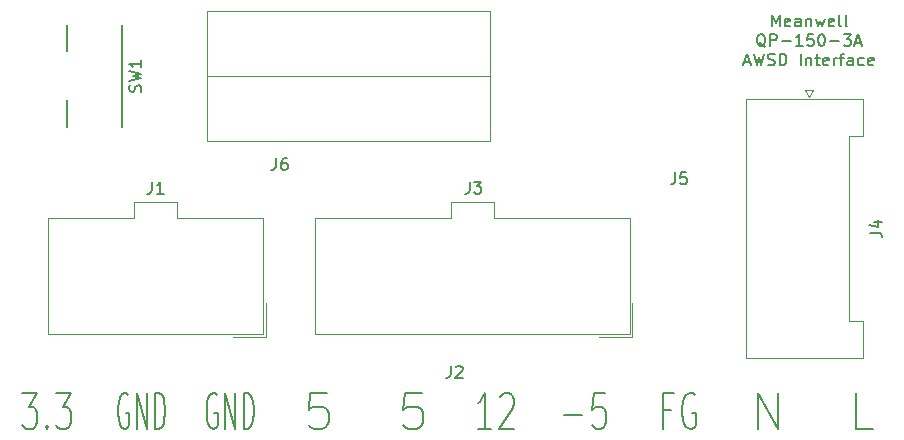
<source format=gbr>
G04 #@! TF.GenerationSoftware,KiCad,Pcbnew,(5.1.5)-3*
G04 #@! TF.CreationDate,2020-02-08T23:52:19-08:00*
G04 #@! TF.ProjectId,psinterface,7073696e-7465-4726-9661-63652e6b6963,0.3*
G04 #@! TF.SameCoordinates,Original*
G04 #@! TF.FileFunction,Legend,Top*
G04 #@! TF.FilePolarity,Positive*
%FSLAX46Y46*%
G04 Gerber Fmt 4.6, Leading zero omitted, Abs format (unit mm)*
G04 Created by KiCad (PCBNEW (5.1.5)-3) date 2020-02-08 23:52:19*
%MOMM*%
%LPD*%
G04 APERTURE LIST*
%ADD10C,0.120000*%
%ADD11C,0.150000*%
G04 APERTURE END LIST*
D10*
X141000000Y-100500000D02*
X117000000Y-100500000D01*
D11*
X164857142Y-96302380D02*
X164857142Y-95302380D01*
X165190476Y-96016666D01*
X165523809Y-95302380D01*
X165523809Y-96302380D01*
X166380952Y-96254761D02*
X166285714Y-96302380D01*
X166095238Y-96302380D01*
X166000000Y-96254761D01*
X165952380Y-96159523D01*
X165952380Y-95778571D01*
X166000000Y-95683333D01*
X166095238Y-95635714D01*
X166285714Y-95635714D01*
X166380952Y-95683333D01*
X166428571Y-95778571D01*
X166428571Y-95873809D01*
X165952380Y-95969047D01*
X167285714Y-96302380D02*
X167285714Y-95778571D01*
X167238095Y-95683333D01*
X167142857Y-95635714D01*
X166952380Y-95635714D01*
X166857142Y-95683333D01*
X167285714Y-96254761D02*
X167190476Y-96302380D01*
X166952380Y-96302380D01*
X166857142Y-96254761D01*
X166809523Y-96159523D01*
X166809523Y-96064285D01*
X166857142Y-95969047D01*
X166952380Y-95921428D01*
X167190476Y-95921428D01*
X167285714Y-95873809D01*
X167761904Y-95635714D02*
X167761904Y-96302380D01*
X167761904Y-95730952D02*
X167809523Y-95683333D01*
X167904761Y-95635714D01*
X168047619Y-95635714D01*
X168142857Y-95683333D01*
X168190476Y-95778571D01*
X168190476Y-96302380D01*
X168571428Y-95635714D02*
X168761904Y-96302380D01*
X168952380Y-95826190D01*
X169142857Y-96302380D01*
X169333333Y-95635714D01*
X170095238Y-96254761D02*
X170000000Y-96302380D01*
X169809523Y-96302380D01*
X169714285Y-96254761D01*
X169666666Y-96159523D01*
X169666666Y-95778571D01*
X169714285Y-95683333D01*
X169809523Y-95635714D01*
X170000000Y-95635714D01*
X170095238Y-95683333D01*
X170142857Y-95778571D01*
X170142857Y-95873809D01*
X169666666Y-95969047D01*
X170714285Y-96302380D02*
X170619047Y-96254761D01*
X170571428Y-96159523D01*
X170571428Y-95302380D01*
X171238095Y-96302380D02*
X171142857Y-96254761D01*
X171095238Y-96159523D01*
X171095238Y-95302380D01*
X164309523Y-98047619D02*
X164214285Y-98000000D01*
X164119047Y-97904761D01*
X163976190Y-97761904D01*
X163880952Y-97714285D01*
X163785714Y-97714285D01*
X163833333Y-97952380D02*
X163738095Y-97904761D01*
X163642857Y-97809523D01*
X163595238Y-97619047D01*
X163595238Y-97285714D01*
X163642857Y-97095238D01*
X163738095Y-97000000D01*
X163833333Y-96952380D01*
X164023809Y-96952380D01*
X164119047Y-97000000D01*
X164214285Y-97095238D01*
X164261904Y-97285714D01*
X164261904Y-97619047D01*
X164214285Y-97809523D01*
X164119047Y-97904761D01*
X164023809Y-97952380D01*
X163833333Y-97952380D01*
X164690476Y-97952380D02*
X164690476Y-96952380D01*
X165071428Y-96952380D01*
X165166666Y-97000000D01*
X165214285Y-97047619D01*
X165261904Y-97142857D01*
X165261904Y-97285714D01*
X165214285Y-97380952D01*
X165166666Y-97428571D01*
X165071428Y-97476190D01*
X164690476Y-97476190D01*
X165690476Y-97571428D02*
X166452380Y-97571428D01*
X167452380Y-97952380D02*
X166880952Y-97952380D01*
X167166666Y-97952380D02*
X167166666Y-96952380D01*
X167071428Y-97095238D01*
X166976190Y-97190476D01*
X166880952Y-97238095D01*
X168357142Y-96952380D02*
X167880952Y-96952380D01*
X167833333Y-97428571D01*
X167880952Y-97380952D01*
X167976190Y-97333333D01*
X168214285Y-97333333D01*
X168309523Y-97380952D01*
X168357142Y-97428571D01*
X168404761Y-97523809D01*
X168404761Y-97761904D01*
X168357142Y-97857142D01*
X168309523Y-97904761D01*
X168214285Y-97952380D01*
X167976190Y-97952380D01*
X167880952Y-97904761D01*
X167833333Y-97857142D01*
X169023809Y-96952380D02*
X169119047Y-96952380D01*
X169214285Y-97000000D01*
X169261904Y-97047619D01*
X169309523Y-97142857D01*
X169357142Y-97333333D01*
X169357142Y-97571428D01*
X169309523Y-97761904D01*
X169261904Y-97857142D01*
X169214285Y-97904761D01*
X169119047Y-97952380D01*
X169023809Y-97952380D01*
X168928571Y-97904761D01*
X168880952Y-97857142D01*
X168833333Y-97761904D01*
X168785714Y-97571428D01*
X168785714Y-97333333D01*
X168833333Y-97142857D01*
X168880952Y-97047619D01*
X168928571Y-97000000D01*
X169023809Y-96952380D01*
X169785714Y-97571428D02*
X170547619Y-97571428D01*
X170928571Y-96952380D02*
X171547619Y-96952380D01*
X171214285Y-97333333D01*
X171357142Y-97333333D01*
X171452380Y-97380952D01*
X171500000Y-97428571D01*
X171547619Y-97523809D01*
X171547619Y-97761904D01*
X171500000Y-97857142D01*
X171452380Y-97904761D01*
X171357142Y-97952380D01*
X171071428Y-97952380D01*
X170976190Y-97904761D01*
X170928571Y-97857142D01*
X171928571Y-97666666D02*
X172404761Y-97666666D01*
X171833333Y-97952380D02*
X172166666Y-96952380D01*
X172500000Y-97952380D01*
X162523809Y-99316666D02*
X163000000Y-99316666D01*
X162428571Y-99602380D02*
X162761904Y-98602380D01*
X163095238Y-99602380D01*
X163333333Y-98602380D02*
X163571428Y-99602380D01*
X163761904Y-98888095D01*
X163952380Y-99602380D01*
X164190476Y-98602380D01*
X164523809Y-99554761D02*
X164666666Y-99602380D01*
X164904761Y-99602380D01*
X165000000Y-99554761D01*
X165047619Y-99507142D01*
X165095238Y-99411904D01*
X165095238Y-99316666D01*
X165047619Y-99221428D01*
X165000000Y-99173809D01*
X164904761Y-99126190D01*
X164714285Y-99078571D01*
X164619047Y-99030952D01*
X164571428Y-98983333D01*
X164523809Y-98888095D01*
X164523809Y-98792857D01*
X164571428Y-98697619D01*
X164619047Y-98650000D01*
X164714285Y-98602380D01*
X164952380Y-98602380D01*
X165095238Y-98650000D01*
X165523809Y-99602380D02*
X165523809Y-98602380D01*
X165761904Y-98602380D01*
X165904761Y-98650000D01*
X166000000Y-98745238D01*
X166047619Y-98840476D01*
X166095238Y-99030952D01*
X166095238Y-99173809D01*
X166047619Y-99364285D01*
X166000000Y-99459523D01*
X165904761Y-99554761D01*
X165761904Y-99602380D01*
X165523809Y-99602380D01*
X167285714Y-99602380D02*
X167285714Y-98602380D01*
X167761904Y-98935714D02*
X167761904Y-99602380D01*
X167761904Y-99030952D02*
X167809523Y-98983333D01*
X167904761Y-98935714D01*
X168047619Y-98935714D01*
X168142857Y-98983333D01*
X168190476Y-99078571D01*
X168190476Y-99602380D01*
X168523809Y-98935714D02*
X168904761Y-98935714D01*
X168666666Y-98602380D02*
X168666666Y-99459523D01*
X168714285Y-99554761D01*
X168809523Y-99602380D01*
X168904761Y-99602380D01*
X169619047Y-99554761D02*
X169523809Y-99602380D01*
X169333333Y-99602380D01*
X169238095Y-99554761D01*
X169190476Y-99459523D01*
X169190476Y-99078571D01*
X169238095Y-98983333D01*
X169333333Y-98935714D01*
X169523809Y-98935714D01*
X169619047Y-98983333D01*
X169666666Y-99078571D01*
X169666666Y-99173809D01*
X169190476Y-99269047D01*
X170095238Y-99602380D02*
X170095238Y-98935714D01*
X170095238Y-99126190D02*
X170142857Y-99030952D01*
X170190476Y-98983333D01*
X170285714Y-98935714D01*
X170380952Y-98935714D01*
X170571428Y-98935714D02*
X170952380Y-98935714D01*
X170714285Y-99602380D02*
X170714285Y-98745238D01*
X170761904Y-98650000D01*
X170857142Y-98602380D01*
X170952380Y-98602380D01*
X171714285Y-99602380D02*
X171714285Y-99078571D01*
X171666666Y-98983333D01*
X171571428Y-98935714D01*
X171380952Y-98935714D01*
X171285714Y-98983333D01*
X171714285Y-99554761D02*
X171619047Y-99602380D01*
X171380952Y-99602380D01*
X171285714Y-99554761D01*
X171238095Y-99459523D01*
X171238095Y-99364285D01*
X171285714Y-99269047D01*
X171380952Y-99221428D01*
X171619047Y-99221428D01*
X171714285Y-99173809D01*
X172619047Y-99554761D02*
X172523809Y-99602380D01*
X172333333Y-99602380D01*
X172238095Y-99554761D01*
X172190476Y-99507142D01*
X172142857Y-99411904D01*
X172142857Y-99126190D01*
X172190476Y-99030952D01*
X172238095Y-98983333D01*
X172333333Y-98935714D01*
X172523809Y-98935714D01*
X172619047Y-98983333D01*
X173428571Y-99554761D02*
X173333333Y-99602380D01*
X173142857Y-99602380D01*
X173047619Y-99554761D01*
X173000000Y-99459523D01*
X173000000Y-99078571D01*
X173047619Y-98983333D01*
X173142857Y-98935714D01*
X173333333Y-98935714D01*
X173428571Y-98983333D01*
X173476190Y-99078571D01*
X173476190Y-99173809D01*
X173000000Y-99269047D01*
X173428571Y-130357142D02*
X172000000Y-130357142D01*
X172000000Y-127357142D01*
X163642857Y-130357142D02*
X163642857Y-127357142D01*
X165357142Y-130357142D01*
X165357142Y-127357142D01*
X156285714Y-128785714D02*
X155619047Y-128785714D01*
X155619047Y-130357142D02*
X155619047Y-127357142D01*
X156571428Y-127357142D01*
X158380952Y-127500000D02*
X158190476Y-127357142D01*
X157904761Y-127357142D01*
X157619047Y-127500000D01*
X157428571Y-127785714D01*
X157333333Y-128071428D01*
X157238095Y-128642857D01*
X157238095Y-129071428D01*
X157333333Y-129642857D01*
X157428571Y-129928571D01*
X157619047Y-130214285D01*
X157904761Y-130357142D01*
X158095238Y-130357142D01*
X158380952Y-130214285D01*
X158476190Y-130071428D01*
X158476190Y-129071428D01*
X158095238Y-129071428D01*
X147285714Y-129214285D02*
X148809523Y-129214285D01*
X150714285Y-127357142D02*
X149761904Y-127357142D01*
X149666666Y-128785714D01*
X149761904Y-128642857D01*
X149952380Y-128500000D01*
X150428571Y-128500000D01*
X150619047Y-128642857D01*
X150714285Y-128785714D01*
X150809523Y-129071428D01*
X150809523Y-129785714D01*
X150714285Y-130071428D01*
X150619047Y-130214285D01*
X150428571Y-130357142D01*
X149952380Y-130357142D01*
X149761904Y-130214285D01*
X149666666Y-130071428D01*
X141119047Y-130357142D02*
X139976190Y-130357142D01*
X140547619Y-130357142D02*
X140547619Y-127357142D01*
X140357142Y-127785714D01*
X140166666Y-128071428D01*
X139976190Y-128214285D01*
X141880952Y-127642857D02*
X141976190Y-127500000D01*
X142166666Y-127357142D01*
X142642857Y-127357142D01*
X142833333Y-127500000D01*
X142928571Y-127642857D01*
X143023809Y-127928571D01*
X143023809Y-128214285D01*
X142928571Y-128642857D01*
X141785714Y-130357142D01*
X143023809Y-130357142D01*
X135214285Y-127357142D02*
X133785714Y-127357142D01*
X133642857Y-128785714D01*
X133785714Y-128642857D01*
X134071428Y-128500000D01*
X134785714Y-128500000D01*
X135071428Y-128642857D01*
X135214285Y-128785714D01*
X135357142Y-129071428D01*
X135357142Y-129785714D01*
X135214285Y-130071428D01*
X135071428Y-130214285D01*
X134785714Y-130357142D01*
X134071428Y-130357142D01*
X133785714Y-130214285D01*
X133642857Y-130071428D01*
X127214285Y-127357142D02*
X125785714Y-127357142D01*
X125642857Y-128785714D01*
X125785714Y-128642857D01*
X126071428Y-128500000D01*
X126785714Y-128500000D01*
X127071428Y-128642857D01*
X127214285Y-128785714D01*
X127357142Y-129071428D01*
X127357142Y-129785714D01*
X127214285Y-130071428D01*
X127071428Y-130214285D01*
X126785714Y-130357142D01*
X126071428Y-130357142D01*
X125785714Y-130214285D01*
X125642857Y-130071428D01*
X117857142Y-127500000D02*
X117714285Y-127357142D01*
X117500000Y-127357142D01*
X117285714Y-127500000D01*
X117142857Y-127785714D01*
X117071428Y-128071428D01*
X117000000Y-128642857D01*
X117000000Y-129071428D01*
X117071428Y-129642857D01*
X117142857Y-129928571D01*
X117285714Y-130214285D01*
X117500000Y-130357142D01*
X117642857Y-130357142D01*
X117857142Y-130214285D01*
X117928571Y-130071428D01*
X117928571Y-129071428D01*
X117642857Y-129071428D01*
X118571428Y-130357142D02*
X118571428Y-127357142D01*
X119428571Y-130357142D01*
X119428571Y-127357142D01*
X120142857Y-130357142D02*
X120142857Y-127357142D01*
X120500000Y-127357142D01*
X120714285Y-127500000D01*
X120857142Y-127785714D01*
X120928571Y-128071428D01*
X121000000Y-128642857D01*
X121000000Y-129071428D01*
X120928571Y-129642857D01*
X120857142Y-129928571D01*
X120714285Y-130214285D01*
X120500000Y-130357142D01*
X120142857Y-130357142D01*
X110357142Y-127500000D02*
X110214285Y-127357142D01*
X110000000Y-127357142D01*
X109785714Y-127500000D01*
X109642857Y-127785714D01*
X109571428Y-128071428D01*
X109500000Y-128642857D01*
X109500000Y-129071428D01*
X109571428Y-129642857D01*
X109642857Y-129928571D01*
X109785714Y-130214285D01*
X110000000Y-130357142D01*
X110142857Y-130357142D01*
X110357142Y-130214285D01*
X110428571Y-130071428D01*
X110428571Y-129071428D01*
X110142857Y-129071428D01*
X111071428Y-130357142D02*
X111071428Y-127357142D01*
X111928571Y-130357142D01*
X111928571Y-127357142D01*
X112642857Y-130357142D02*
X112642857Y-127357142D01*
X113000000Y-127357142D01*
X113214285Y-127500000D01*
X113357142Y-127785714D01*
X113428571Y-128071428D01*
X113500000Y-128642857D01*
X113500000Y-129071428D01*
X113428571Y-129642857D01*
X113357142Y-129928571D01*
X113214285Y-130214285D01*
X113000000Y-130357142D01*
X112642857Y-130357142D01*
X101404761Y-127357142D02*
X102642857Y-127357142D01*
X101976190Y-128500000D01*
X102261904Y-128500000D01*
X102452380Y-128642857D01*
X102547619Y-128785714D01*
X102642857Y-129071428D01*
X102642857Y-129785714D01*
X102547619Y-130071428D01*
X102452380Y-130214285D01*
X102261904Y-130357142D01*
X101690476Y-130357142D01*
X101500000Y-130214285D01*
X101404761Y-130071428D01*
X103500000Y-130071428D02*
X103595238Y-130214285D01*
X103500000Y-130357142D01*
X103404761Y-130214285D01*
X103500000Y-130071428D01*
X103500000Y-130357142D01*
X104261904Y-127357142D02*
X105500000Y-127357142D01*
X104833333Y-128500000D01*
X105119047Y-128500000D01*
X105309523Y-128642857D01*
X105404761Y-128785714D01*
X105500000Y-129071428D01*
X105500000Y-129785714D01*
X105404761Y-130071428D01*
X105309523Y-130214285D01*
X105119047Y-130357142D01*
X104547619Y-130357142D01*
X104357142Y-130214285D01*
X104261904Y-130071428D01*
D10*
X141000000Y-95000000D02*
X117000000Y-95000000D01*
X141000000Y-106000000D02*
X141000000Y-95000000D01*
X117000000Y-106000000D02*
X141000000Y-106000000D01*
X117000000Y-95000000D02*
X117000000Y-106000000D01*
X112700000Y-122360000D02*
X121810000Y-122360000D01*
X121810000Y-122360000D02*
X121810000Y-112540000D01*
X121810000Y-112540000D02*
X114510000Y-112540000D01*
X114510000Y-112540000D02*
X114510000Y-111140000D01*
X114510000Y-111140000D02*
X112700000Y-111140000D01*
X112700000Y-122360000D02*
X103590000Y-122360000D01*
X103590000Y-122360000D02*
X103590000Y-112540000D01*
X103590000Y-112540000D02*
X110890000Y-112540000D01*
X110890000Y-112540000D02*
X110890000Y-111140000D01*
X110890000Y-111140000D02*
X112700000Y-111140000D01*
X119200000Y-122600000D02*
X122050000Y-122600000D01*
X122050000Y-122600000D02*
X122050000Y-119750000D01*
X139500000Y-122360000D02*
X152810000Y-122360000D01*
X152810000Y-122360000D02*
X152810000Y-112540000D01*
X152810000Y-112540000D02*
X141310000Y-112540000D01*
X141310000Y-112540000D02*
X141310000Y-111140000D01*
X141310000Y-111140000D02*
X139500000Y-111140000D01*
X139500000Y-122360000D02*
X126190000Y-122360000D01*
X126190000Y-122360000D02*
X126190000Y-112540000D01*
X126190000Y-112540000D02*
X137690000Y-112540000D01*
X137690000Y-112540000D02*
X137690000Y-111140000D01*
X137690000Y-111140000D02*
X139500000Y-111140000D01*
X150200000Y-122600000D02*
X153050000Y-122600000D01*
X153050000Y-122600000D02*
X153050000Y-119750000D01*
X162690000Y-102470000D02*
X172610000Y-102470000D01*
X172610000Y-102470000D02*
X172610000Y-105590000D01*
X172610000Y-105590000D02*
X171410000Y-105590000D01*
X171410000Y-105590000D02*
X171410000Y-121250000D01*
X171410000Y-121250000D02*
X172610000Y-121250000D01*
X172610000Y-121250000D02*
X172610000Y-124370000D01*
X172610000Y-124370000D02*
X162690000Y-124370000D01*
X162690000Y-124370000D02*
X162690000Y-102470000D01*
X168000000Y-102270000D02*
X167700000Y-101670000D01*
X167700000Y-101670000D02*
X168300000Y-101670000D01*
X168300000Y-101670000D02*
X168000000Y-102270000D01*
D11*
X109800000Y-96200000D02*
X109800000Y-104800000D01*
X105200000Y-96200000D02*
X105200000Y-98400000D01*
X105200000Y-102500000D02*
X105200000Y-104800000D01*
X112366666Y-109452380D02*
X112366666Y-110166666D01*
X112319047Y-110309523D01*
X112223809Y-110404761D01*
X112080952Y-110452380D01*
X111985714Y-110452380D01*
X113366666Y-110452380D02*
X112795238Y-110452380D01*
X113080952Y-110452380D02*
X113080952Y-109452380D01*
X112985714Y-109595238D01*
X112890476Y-109690476D01*
X112795238Y-109738095D01*
X139266666Y-109452380D02*
X139266666Y-110166666D01*
X139219047Y-110309523D01*
X139123809Y-110404761D01*
X138980952Y-110452380D01*
X138885714Y-110452380D01*
X139647619Y-109452380D02*
X140266666Y-109452380D01*
X139933333Y-109833333D01*
X140076190Y-109833333D01*
X140171428Y-109880952D01*
X140219047Y-109928571D01*
X140266666Y-110023809D01*
X140266666Y-110261904D01*
X140219047Y-110357142D01*
X140171428Y-110404761D01*
X140076190Y-110452380D01*
X139790476Y-110452380D01*
X139695238Y-110404761D01*
X139647619Y-110357142D01*
X173152380Y-113753333D02*
X173866666Y-113753333D01*
X174009523Y-113800952D01*
X174104761Y-113896190D01*
X174152380Y-114039047D01*
X174152380Y-114134285D01*
X173485714Y-112848571D02*
X174152380Y-112848571D01*
X173104761Y-113086666D02*
X173819047Y-113324761D01*
X173819047Y-112705714D01*
X156666666Y-108652380D02*
X156666666Y-109366666D01*
X156619047Y-109509523D01*
X156523809Y-109604761D01*
X156380952Y-109652380D01*
X156285714Y-109652380D01*
X157619047Y-108652380D02*
X157142857Y-108652380D01*
X157095238Y-109128571D01*
X157142857Y-109080952D01*
X157238095Y-109033333D01*
X157476190Y-109033333D01*
X157571428Y-109080952D01*
X157619047Y-109128571D01*
X157666666Y-109223809D01*
X157666666Y-109461904D01*
X157619047Y-109557142D01*
X157571428Y-109604761D01*
X157476190Y-109652380D01*
X157238095Y-109652380D01*
X157142857Y-109604761D01*
X157095238Y-109557142D01*
X111404761Y-101833333D02*
X111452380Y-101690476D01*
X111452380Y-101452380D01*
X111404761Y-101357142D01*
X111357142Y-101309523D01*
X111261904Y-101261904D01*
X111166666Y-101261904D01*
X111071428Y-101309523D01*
X111023809Y-101357142D01*
X110976190Y-101452380D01*
X110928571Y-101642857D01*
X110880952Y-101738095D01*
X110833333Y-101785714D01*
X110738095Y-101833333D01*
X110642857Y-101833333D01*
X110547619Y-101785714D01*
X110500000Y-101738095D01*
X110452380Y-101642857D01*
X110452380Y-101404761D01*
X110500000Y-101261904D01*
X110452380Y-100928571D02*
X111452380Y-100690476D01*
X110738095Y-100500000D01*
X111452380Y-100309523D01*
X110452380Y-100071428D01*
X111452380Y-99166666D02*
X111452380Y-99738095D01*
X111452380Y-99452380D02*
X110452380Y-99452380D01*
X110595238Y-99547619D01*
X110690476Y-99642857D01*
X110738095Y-99738095D01*
X137666666Y-125052380D02*
X137666666Y-125766666D01*
X137619047Y-125909523D01*
X137523809Y-126004761D01*
X137380952Y-126052380D01*
X137285714Y-126052380D01*
X138095238Y-125147619D02*
X138142857Y-125100000D01*
X138238095Y-125052380D01*
X138476190Y-125052380D01*
X138571428Y-125100000D01*
X138619047Y-125147619D01*
X138666666Y-125242857D01*
X138666666Y-125338095D01*
X138619047Y-125480952D01*
X138047619Y-126052380D01*
X138666666Y-126052380D01*
X122866666Y-107452380D02*
X122866666Y-108166666D01*
X122819047Y-108309523D01*
X122723809Y-108404761D01*
X122580952Y-108452380D01*
X122485714Y-108452380D01*
X123771428Y-107452380D02*
X123580952Y-107452380D01*
X123485714Y-107500000D01*
X123438095Y-107547619D01*
X123342857Y-107690476D01*
X123295238Y-107880952D01*
X123295238Y-108261904D01*
X123342857Y-108357142D01*
X123390476Y-108404761D01*
X123485714Y-108452380D01*
X123676190Y-108452380D01*
X123771428Y-108404761D01*
X123819047Y-108357142D01*
X123866666Y-108261904D01*
X123866666Y-108023809D01*
X123819047Y-107928571D01*
X123771428Y-107880952D01*
X123676190Y-107833333D01*
X123485714Y-107833333D01*
X123390476Y-107880952D01*
X123342857Y-107928571D01*
X123295238Y-108023809D01*
M02*

</source>
